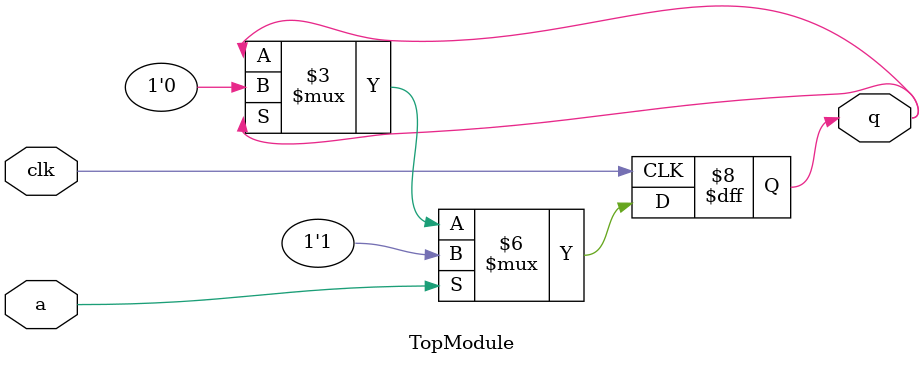
<source format=sv>
module TopModule (
    input logic clk,
    input logic a,
    output logic q
);

always @(posedge clk) begin
    if (a) begin
        q <= 1'b1; // Set q to 1 if a is 1
    end else begin
        if (q == 1'b1) begin
            q <= 1'b0; // Reset q to 0 if it was previously 1 and a is now 0
        end
    end
end

endmodule
</source>
